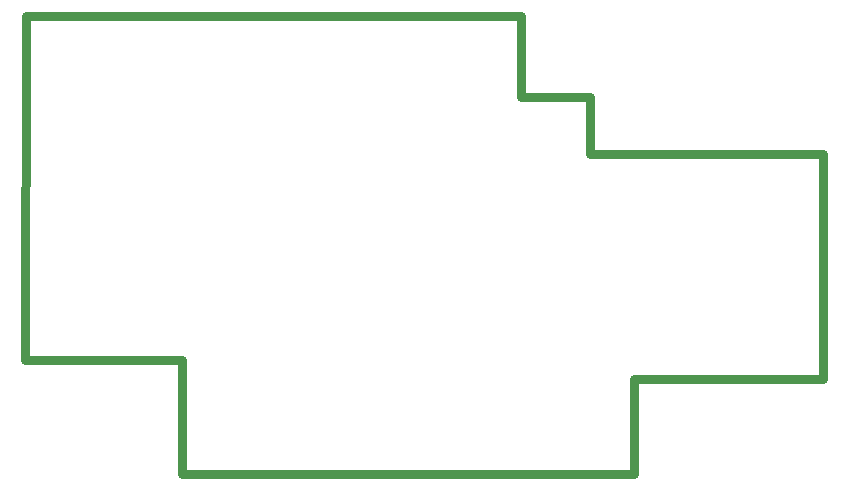
<source format=gko>
G04 Layer: BoardOutlineLayer*
G04 EasyEDA v6.5.42, 2024-06-30 20:06:19*
G04 5c971d247c204a0cbf4ce5a758ce79e0,41c0ee39f02341fa96e3cac8100f2332,10*
G04 Gerber Generator version 0.2*
G04 Scale: 100 percent, Rotated: No, Reflected: No *
G04 Dimensions in millimeters *
G04 leading zeros omitted , absolute positions ,4 integer and 5 decimal *
%FSLAX45Y45*%
%MOMM*%

%ADD10C,0.8000*%
D10*
X1790700Y3340100D02*
G01*
X2781300Y3340100D01*
X3124200Y3340100D01*
X3124200Y2374900D01*
X1803400Y6248400D02*
G01*
X5994400Y6248400D01*
X5994400Y5562600D01*
X6578600Y5562600D01*
X6578600Y5080000D01*
X8547100Y5080000D01*
X8547100Y3175000D01*
X6946900Y3175000D01*
X6946900Y3136900D01*
X6946900Y2374900D01*
X3124200Y2374900D01*
X1790700Y3340100D02*
G01*
X1803400Y6248400D01*

%LPD*%
M02*

</source>
